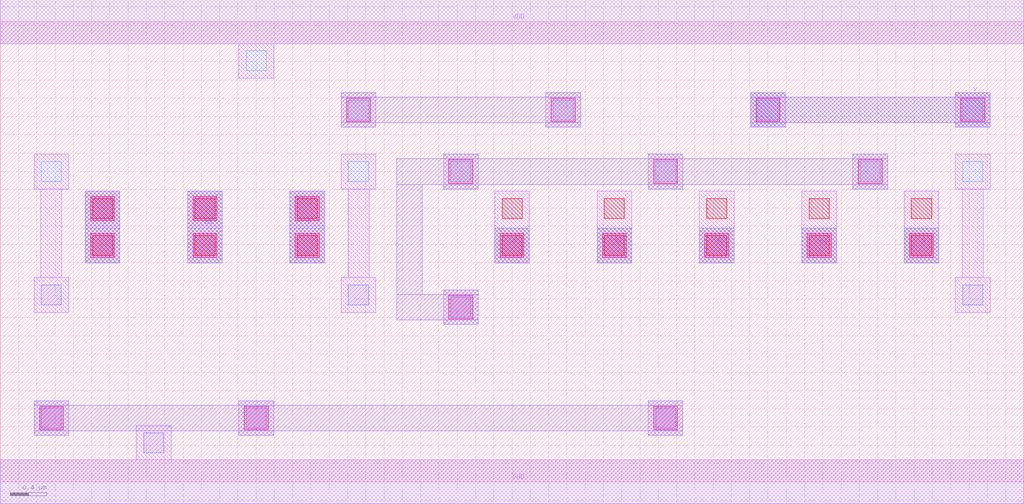
<source format=lef>
MACRO AAOOAI3212
 CLASS CORE ;
 FOREIGN AAOOAI3212 0 0 ;
 SIZE 11.200000000000001 BY 5.04 ;
 ORIGIN 0 0 ;
 SYMMETRY X Y R90 ;
 SITE unit ;
  PIN VDD
   DIRECTION INOUT ;
   USE POWER ;
   SHAPE ABUTMENT ;
    PORT
     CLASS CORE ;
       LAYER met1 ;
        RECT 0.00000000 4.80000000 11.20000000 5.28000000 ;
    END
  END VDD

  PIN GND
   DIRECTION INOUT ;
   USE POWER ;
   SHAPE ABUTMENT ;
    PORT
     CLASS CORE ;
       LAYER met1 ;
        RECT 0.00000000 -0.24000000 11.20000000 0.24000000 ;
    END
  END GND

  PIN Y
   DIRECTION INOUT ;
   USE SIGNAL ;
   SHAPE ABUTMENT ;
    PORT
     CLASS CORE ;
       LAYER met2 ;
        RECT 8.21000000 3.88200000 8.59000000 3.93200000 ;
        RECT 10.45000000 3.88200000 10.83000000 3.93200000 ;
        RECT 8.21000000 3.93200000 10.83000000 4.21200000 ;
        RECT 8.21000000 4.21200000 8.59000000 4.26200000 ;
        RECT 10.45000000 4.21200000 10.83000000 4.26200000 ;
    END
  END Y

  PIN B1
   DIRECTION INOUT ;
   USE SIGNAL ;
   SHAPE ABUTMENT ;
    PORT
     CLASS CORE ;
       LAYER met2 ;
        RECT 6.53000000 2.39700000 6.91000000 2.77700000 ;
    END
  END B1

  PIN B
   DIRECTION INOUT ;
   USE SIGNAL ;
   SHAPE ABUTMENT ;
    PORT
     CLASS CORE ;
       LAYER met2 ;
        RECT 5.41000000 2.39700000 5.79000000 2.77700000 ;
    END
  END B

  PIN A
   DIRECTION INOUT ;
   USE SIGNAL ;
   SHAPE ABUTMENT ;
    PORT
     CLASS CORE ;
       LAYER met2 ;
        RECT 9.89000000 2.39700000 10.27000000 2.77700000 ;
    END
  END A

  PIN A2
   DIRECTION INOUT ;
   USE SIGNAL ;
   SHAPE ABUTMENT ;
    PORT
     CLASS CORE ;
       LAYER met2 ;
        RECT 7.65000000 2.39700000 8.03000000 2.77700000 ;
    END
  END A2

  PIN C
   DIRECTION INOUT ;
   USE SIGNAL ;
   SHAPE ABUTMENT ;
    PORT
     CLASS CORE ;
       LAYER met2 ;
        RECT 3.17000000 2.39700000 3.55000000 3.18200000 ;
    END
  END C

  PIN A1
   DIRECTION INOUT ;
   USE SIGNAL ;
   SHAPE ABUTMENT ;
    PORT
     CLASS CORE ;
       LAYER met2 ;
        RECT 8.77000000 2.39700000 9.15000000 2.77700000 ;
    END
  END A1

  PIN D1
   DIRECTION INOUT ;
   USE SIGNAL ;
   SHAPE ABUTMENT ;
    PORT
     CLASS CORE ;
       LAYER met2 ;
        RECT 2.05000000 2.39700000 2.43000000 3.18200000 ;
    END
  END D1

  PIN D
   DIRECTION INOUT ;
   USE SIGNAL ;
   SHAPE ABUTMENT ;
    PORT
     CLASS CORE ;
       LAYER met2 ;
        RECT 0.93000000 2.39700000 1.31000000 3.18200000 ;
    END
  END D

 OBS
    LAYER polycont ;
     RECT 1.01000000 2.47700000 1.23000000 2.69700000 ;
     RECT 2.13000000 2.47700000 2.35000000 2.69700000 ;
     RECT 3.25000000 2.47700000 3.47000000 2.69700000 ;
     RECT 5.49000000 2.47700000 5.71000000 2.69700000 ;
     RECT 6.61000000 2.47700000 6.83000000 2.69700000 ;
     RECT 7.73000000 2.47700000 7.95000000 2.69700000 ;
     RECT 8.85000000 2.47700000 9.07000000 2.69700000 ;
     RECT 9.97000000 2.47700000 10.19000000 2.69700000 ;
     RECT 1.01000000 2.88200000 1.23000000 3.10200000 ;
     RECT 2.13000000 2.88200000 2.35000000 3.10200000 ;
     RECT 3.25000000 2.88200000 3.47000000 3.10200000 ;
     RECT 5.49000000 2.88200000 5.71000000 3.10200000 ;
     RECT 6.61000000 2.88200000 6.83000000 3.10200000 ;
     RECT 7.73000000 2.88200000 7.95000000 3.10200000 ;
     RECT 8.85000000 2.88200000 9.07000000 3.10200000 ;
     RECT 9.97000000 2.88200000 10.19000000 3.10200000 ;

    LAYER pdiffc ;
     RECT 0.45000000 3.28700000 0.67000000 3.50700000 ;
     RECT 3.81000000 3.28700000 4.03000000 3.50700000 ;
     RECT 4.93000000 3.28700000 5.15000000 3.50700000 ;
     RECT 7.17000000 3.28700000 7.39000000 3.50700000 ;
     RECT 9.41000000 3.28700000 9.63000000 3.50700000 ;
     RECT 10.53000000 3.28700000 10.75000000 3.50700000 ;
     RECT 3.81000000 3.96200000 4.03000000 4.18200000 ;
     RECT 6.05000000 3.96200000 6.27000000 4.18200000 ;
     RECT 8.29000000 3.96200000 8.51000000 4.18200000 ;
     RECT 10.53000000 3.96200000 10.75000000 4.18200000 ;
     RECT 2.69000000 4.50200000 2.91000000 4.72200000 ;

    LAYER ndiffc ;
     RECT 1.57000000 0.31700000 1.79000000 0.53700000 ;
     RECT 0.45000000 0.58700000 0.67000000 0.80700000 ;
     RECT 2.69000000 0.58700000 2.91000000 0.80700000 ;
     RECT 7.17000000 0.58700000 7.39000000 0.80700000 ;
     RECT 4.93000000 1.80200000 5.15000000 2.02200000 ;
     RECT 0.45000000 1.93700000 0.67000000 2.15700000 ;
     RECT 3.81000000 1.93700000 4.03000000 2.15700000 ;
     RECT 10.53000000 1.93700000 10.75000000 2.15700000 ;

    LAYER met1 ;
     RECT 0.00000000 -0.24000000 11.20000000 0.24000000 ;
     RECT 1.49000000 0.24000000 1.87000000 0.61700000 ;
     RECT 0.37000000 0.50700000 0.75000000 0.88700000 ;
     RECT 2.61000000 0.50700000 2.99000000 0.88700000 ;
     RECT 7.09000000 0.50700000 7.47000000 0.88700000 ;
     RECT 4.85000000 1.72200000 5.23000000 2.10200000 ;
     RECT 0.93000000 2.39700000 1.31000000 2.77700000 ;
     RECT 2.05000000 2.39700000 2.43000000 2.77700000 ;
     RECT 3.17000000 2.39700000 3.55000000 2.77700000 ;
     RECT 0.93000000 2.80200000 1.31000000 3.18200000 ;
     RECT 2.05000000 2.80200000 2.43000000 3.18200000 ;
     RECT 3.17000000 2.80200000 3.55000000 3.18200000 ;
     RECT 5.41000000 2.39700000 5.79000000 3.18200000 ;
     RECT 6.53000000 2.39700000 6.91000000 3.18200000 ;
     RECT 7.65000000 2.39700000 8.03000000 3.18200000 ;
     RECT 8.77000000 2.39700000 9.15000000 3.18200000 ;
     RECT 9.89000000 2.39700000 10.27000000 3.18200000 ;
     RECT 0.37000000 1.85700000 0.75000000 2.23700000 ;
     RECT 0.44500000 2.23700000 0.67500000 3.20700000 ;
     RECT 0.37000000 3.20700000 0.75000000 3.58700000 ;
     RECT 3.73000000 1.85700000 4.11000000 2.23700000 ;
     RECT 3.80500000 2.23700000 4.03500000 3.20700000 ;
     RECT 3.73000000 3.20700000 4.11000000 3.58700000 ;
     RECT 4.85000000 3.20700000 5.23000000 3.58700000 ;
     RECT 7.09000000 3.20700000 7.47000000 3.58700000 ;
     RECT 9.33000000 3.20700000 9.71000000 3.58700000 ;
     RECT 10.45000000 1.85700000 10.83000000 2.23700000 ;
     RECT 10.52500000 2.23700000 10.75500000 3.20700000 ;
     RECT 10.45000000 3.20700000 10.83000000 3.58700000 ;
     RECT 3.73000000 3.88200000 4.11000000 4.26200000 ;
     RECT 5.97000000 3.88200000 6.35000000 4.26200000 ;
     RECT 8.21000000 3.88200000 8.59000000 4.26200000 ;
     RECT 10.45000000 3.88200000 10.83000000 4.26200000 ;
     RECT 2.61000000 4.42200000 2.99000000 4.80000000 ;
     RECT 0.00000000 4.80000000 11.20000000 5.28000000 ;

    LAYER via1 ;
     RECT 0.43000000 0.56700000 0.69000000 0.82700000 ;
     RECT 2.67000000 0.56700000 2.93000000 0.82700000 ;
     RECT 7.15000000 0.56700000 7.41000000 0.82700000 ;
     RECT 4.91000000 1.78200000 5.17000000 2.04200000 ;
     RECT 0.99000000 2.45700000 1.25000000 2.71700000 ;
     RECT 2.11000000 2.45700000 2.37000000 2.71700000 ;
     RECT 3.23000000 2.45700000 3.49000000 2.71700000 ;
     RECT 5.47000000 2.45700000 5.73000000 2.71700000 ;
     RECT 6.59000000 2.45700000 6.85000000 2.71700000 ;
     RECT 7.71000000 2.45700000 7.97000000 2.71700000 ;
     RECT 8.83000000 2.45700000 9.09000000 2.71700000 ;
     RECT 9.95000000 2.45700000 10.21000000 2.71700000 ;
     RECT 0.99000000 2.86200000 1.25000000 3.12200000 ;
     RECT 2.11000000 2.86200000 2.37000000 3.12200000 ;
     RECT 3.23000000 2.86200000 3.49000000 3.12200000 ;
     RECT 4.91000000 3.26700000 5.17000000 3.52700000 ;
     RECT 7.15000000 3.26700000 7.41000000 3.52700000 ;
     RECT 9.39000000 3.26700000 9.65000000 3.52700000 ;
     RECT 3.79000000 3.94200000 4.05000000 4.20200000 ;
     RECT 6.03000000 3.94200000 6.29000000 4.20200000 ;
     RECT 8.27000000 3.94200000 8.53000000 4.20200000 ;
     RECT 10.51000000 3.94200000 10.77000000 4.20200000 ;

    LAYER met2 ;
     RECT 0.37000000 0.50700000 0.75000000 0.55700000 ;
     RECT 2.61000000 0.50700000 2.99000000 0.55700000 ;
     RECT 7.09000000 0.50700000 7.47000000 0.55700000 ;
     RECT 0.37000000 0.55700000 7.47000000 0.83700000 ;
     RECT 0.37000000 0.83700000 0.75000000 0.88700000 ;
     RECT 2.61000000 0.83700000 2.99000000 0.88700000 ;
     RECT 7.09000000 0.83700000 7.47000000 0.88700000 ;
     RECT 5.41000000 2.39700000 5.79000000 2.77700000 ;
     RECT 6.53000000 2.39700000 6.91000000 2.77700000 ;
     RECT 7.65000000 2.39700000 8.03000000 2.77700000 ;
     RECT 8.77000000 2.39700000 9.15000000 2.77700000 ;
     RECT 9.89000000 2.39700000 10.27000000 2.77700000 ;
     RECT 0.93000000 2.39700000 1.31000000 3.18200000 ;
     RECT 2.05000000 2.39700000 2.43000000 3.18200000 ;
     RECT 3.17000000 2.39700000 3.55000000 3.18200000 ;
     RECT 4.85000000 1.72200000 5.23000000 1.77200000 ;
     RECT 4.34000000 1.77200000 5.23000000 2.05200000 ;
     RECT 4.85000000 2.05200000 5.23000000 2.10200000 ;
     RECT 4.34000000 2.05200000 4.62000000 3.25700000 ;
     RECT 4.85000000 3.20700000 5.23000000 3.25700000 ;
     RECT 7.09000000 3.20700000 7.47000000 3.25700000 ;
     RECT 9.33000000 3.20700000 9.71000000 3.25700000 ;
     RECT 4.34000000 3.25700000 9.71000000 3.53700000 ;
     RECT 4.85000000 3.53700000 5.23000000 3.58700000 ;
     RECT 7.09000000 3.53700000 7.47000000 3.58700000 ;
     RECT 9.33000000 3.53700000 9.71000000 3.58700000 ;
     RECT 3.73000000 3.88200000 4.11000000 3.93200000 ;
     RECT 5.97000000 3.88200000 6.35000000 3.93200000 ;
     RECT 3.73000000 3.93200000 6.35000000 4.21200000 ;
     RECT 3.73000000 4.21200000 4.11000000 4.26200000 ;
     RECT 5.97000000 4.21200000 6.35000000 4.26200000 ;
     RECT 8.21000000 3.88200000 8.59000000 3.93200000 ;
     RECT 10.45000000 3.88200000 10.83000000 3.93200000 ;
     RECT 8.21000000 3.93200000 10.83000000 4.21200000 ;
     RECT 8.21000000 4.21200000 8.59000000 4.26200000 ;
     RECT 10.45000000 4.21200000 10.83000000 4.26200000 ;

 END
END AAOOAI3212

</source>
